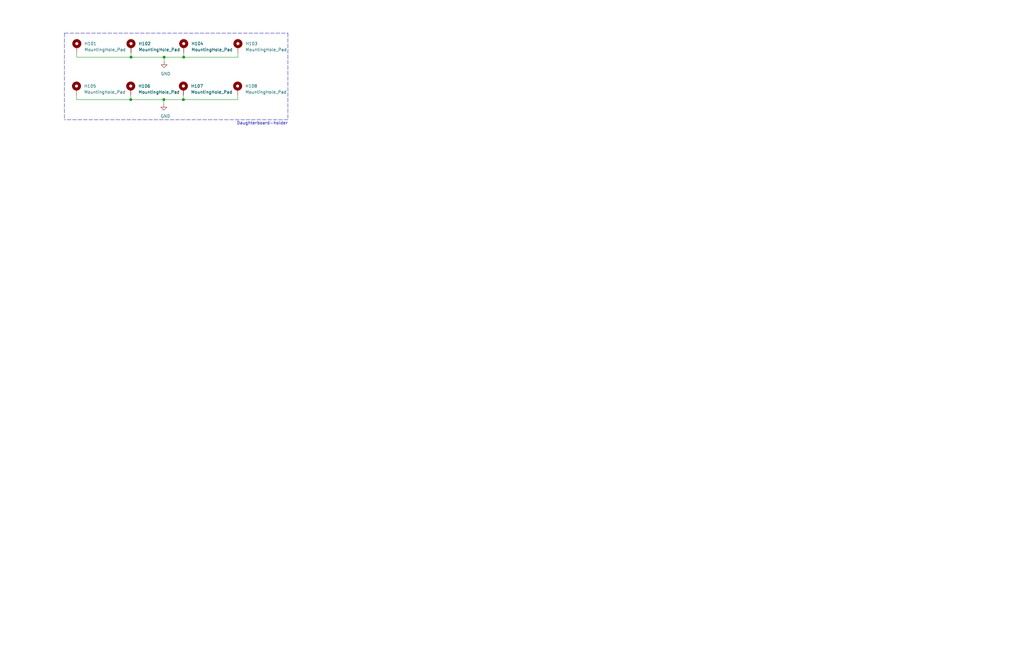
<source format=kicad_sch>
(kicad_sch (version 20211123) (generator eeschema)
  (paper "B")
  (lib_symbols
    (symbol "Mechanical:MountingHole_Pad" (pin_numbers hide) (pin_names (offset 1.016) hide)
      (property "Reference" "H" (at 0 6.35 0))
      (property "Value" "MountingHole_Pad" (at 0 4.445 0))
      (symbol "MountingHole_Pad_0_1"
        (circle (center 0 1.27) (radius 1.27) (stroke (width 1.27)))
      )
      (symbol "MountingHole_Pad_1_1"
        (pin input line (at 0 -2.54 90) (length 2.54) (name "1") (number "1"))
      )
    )
    (symbol "power:GND" (power) (pin_names (offset 0))
      (property "Value" "GND" (at 0 -3.81 0))
      (symbol "GND_0_1"
        (polyline (pts (xy 0 0) (xy 0 -1.27) (xy 1.27 -1.27) (xy 0 -2.54) (xy -1.27 -1.27) (xy 0 -1.27)))
      )
      (symbol "GND_1_1"
        (pin power_in line (at 0 0 270) (length 0) hide (name "GND") (number "1"))
      )
    )
  )
  (junction (at 55.118 42.037) (diameter 1.016))
  (junction (at 77.343 42.037) (diameter 1.016))
  (junction (at 77.47 24.13) (diameter 1.016))
  (junction (at 69.215 24.13) (diameter 1.016))
  (junction (at 69.088 42.037) (diameter 1.016))
  (junction (at 55.245 24.13) (diameter 1.016))
  (wire (pts (xy 32.258 42.037) (xy 32.258 40.132)))
  (wire (pts (xy 100.203 42.037) (xy 77.343 42.037)))
  (wire (pts (xy 77.47 22.225) (xy 77.47 24.13)))
  (wire (pts (xy 69.215 24.13) (xy 69.215 26.035)))
  (wire (pts (xy 69.088 42.037) (xy 69.088 43.942)))
  (wire (pts (xy 69.088 42.037) (xy 55.118 42.037)))
  (wire (pts (xy 32.385 24.13) (xy 32.385 22.225)))
  (wire (pts (xy 55.245 24.13) (xy 32.385 24.13)))
  (wire (pts (xy 69.215 24.13) (xy 55.245 24.13)))
  (wire (pts (xy 77.47 24.13) (xy 69.215 24.13)))
  (wire (pts (xy 100.33 22.225) (xy 100.33 24.13)))
  (wire (pts (xy 100.33 24.13) (xy 77.47 24.13)))
  (polyline (pts (xy 27.178 13.97) (xy 27.178 50.546)) (stroke (width 0) (type dash)))
  (polyline (pts (xy 27.178 13.97) (xy 121.412 13.97)) (stroke (width 0) (type dash)))
  (polyline (pts (xy 121.412 13.97) (xy 121.412 50.546)) (stroke (width 0) (type dash)))
  (polyline (pts (xy 121.412 50.546) (xy 27.178 50.546)) (stroke (width 0) (type dash)))
  (wire (pts (xy 55.118 40.132) (xy 55.118 42.037)))
  (wire (pts (xy 77.343 42.037) (xy 69.088 42.037)))
  (wire (pts (xy 100.203 40.132) (xy 100.203 42.037)))
  (wire (pts (xy 55.118 42.037) (xy 32.258 42.037)))
  (wire (pts (xy 55.245 22.225) (xy 55.245 24.13)))
  (wire (pts (xy 77.343 40.132) (xy 77.343 42.037)))
  (text "Daughterboard-holder" (at 121.412 52.832 180) (effects (font (size 1.27 1.27)) (justify right bottom)))
  (symbol (lib_id "Mechanical:MountingHole_Pad") (at 32.258 37.592 0) (unit 1)
    (property "Reference" "H105" (at 35.433 36.322 0) (effects (justify left)))
    (property "Value" "MountingHole_Pad" (at 35.433 38.862 0) (effects (justify left)))
    (property "Footprint" "MountingHole:MountingHole_4mm_Pad" (effects hide))
  )
  (symbol (lib_id "power:GND") (at 69.215 26.035 0) (unit 1)
    (property "Reference" "#PWR0101" (effects hide))
    (property "Value" "GND" (at 69.85 31.115 0))
  )
  (symbol (lib_id "Mechanical:MountingHole_Pad") (at 100.33 19.685 0) (unit 1)
    (property "Reference" "H103" (at 103.505 18.415 0) (effects (justify left)))
    (property "Value" "MountingHole_Pad" (at 103.505 20.955 0) (effects (justify left)))
    (property "Footprint" "MountingHole:MountingHole_3.5mm_Pad" (effects hide))
  )
  (symbol (lib_id "Mechanical:MountingHole_Pad") (at 32.385 19.685 0) (unit 1)
    (property "Reference" "H101" (at 35.56 18.415 0) (effects (justify left)))
    (property "Value" "MountingHole_Pad" (at 35.56 20.955 0) (effects (justify left)))
    (property "Footprint" "MountingHole:MountingHole_3.2mm_M3_Pad" (effects hide))
  )
  (symbol (lib_id "Mechanical:MountingHole_Pad") (at 55.245 19.685 0) (unit 1)
    (property "Reference" "H102" (at 58.42 18.415 0) (effects (justify left)))
    (property "Value" "MountingHole_Pad" (at 58.42 20.955 0) (effects (justify left)))
    (property "Footprint" "MountingHole:MountingHole_3.5mm_Pad" (effects hide))
  )
  (symbol (lib_id "Mechanical:MountingHole_Pad") (at 77.47 19.685 0) (unit 1)
    (property "Reference" "H104" (at 80.645 18.415 0) (effects (justify left)))
    (property "Value" "MountingHole_Pad" (at 80.645 20.955 0) (effects (justify left)))
    (property "Footprint" "MountingHole:MountingHole_3.5mm_Pad" (effects hide))
  )
  (symbol (lib_id "power:GND") (at 69.088 43.942 0) (unit 1)
    (property "Reference" "#PWR0102" (effects hide))
    (property "Value" "GND" (at 69.723 49.022 0))
  )
  (symbol (lib_id "Mechanical:MountingHole_Pad") (at 100.203 37.592 0) (unit 1)
    (property "Reference" "H108" (at 103.378 36.322 0) (effects (justify left)))
    (property "Value" "MountingHole_Pad" (at 103.378 38.862 0) (effects (justify left)))
    (property "Footprint" "MountingHole:MountingHole_4mm_Pad" (effects hide))
  )
  (symbol (lib_id "Mechanical:MountingHole_Pad") (at 55.118 37.592 0) (unit 1)
    (property "Reference" "H106" (at 58.293 36.322 0) (effects (justify left)))
    (property "Value" "MountingHole_Pad" (at 58.293 38.862 0) (effects (justify left)))
    (property "Footprint" "MountingHole:MountingHole_4mm_Pad" (effects hide))
  )
  (symbol (lib_id "Mechanical:MountingHole_Pad") (at 77.343 37.592 0) (unit 1)
    (property "Reference" "H107" (at 80.518 36.322 0) (effects (justify left)))
    (property "Value" "MountingHole_Pad" (at 80.518 38.862 0) (effects (justify left)))
    (property "Footprint" "MountingHole:MountingHole_4mm_Pad" (effects hide))
  )
)
</source>
